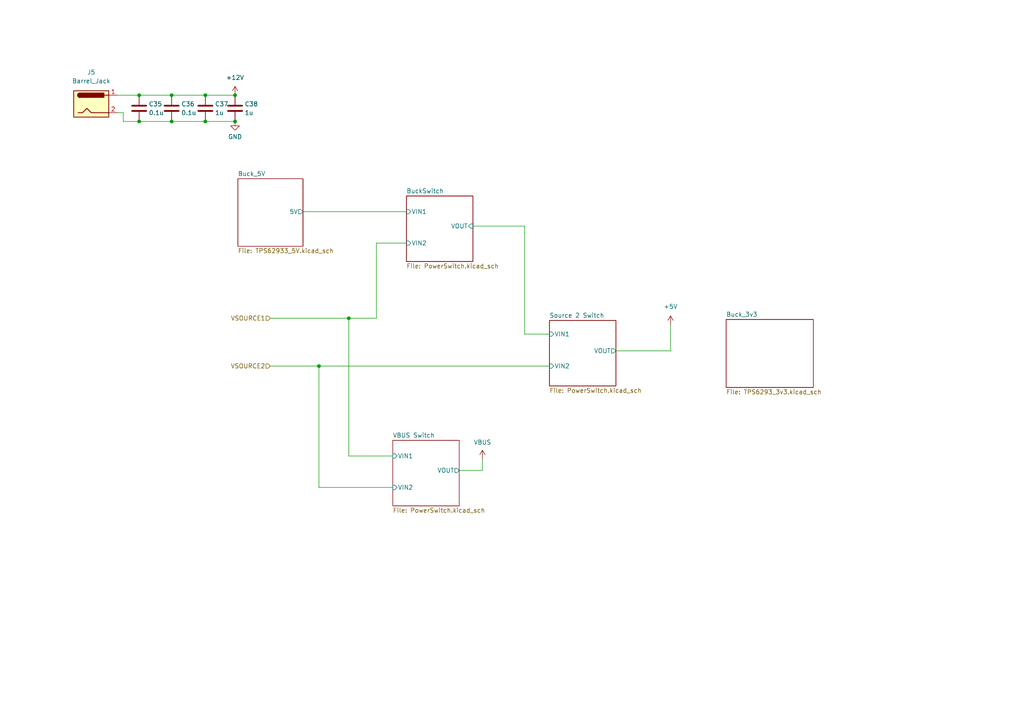
<source format=kicad_sch>
(kicad_sch (version 20211123) (generator eeschema)
  (paper "A4")
  (lib_symbols
    (symbol "Connector:Barrel_Jack" (pin_names (offset 1.016))
      (property "Reference" "J" (at 0 5.334 0))
      (property "Value" "Barrel_Jack" (at 0 -5.08 0))
      (symbol "Barrel_Jack_0_1"
        (rectangle (start -5.08 3.81) (end 5.08 -3.81) (stroke (width 0.254)) (fill (type background)))
        (arc (start -3.302 3.175) (mid -3.937 2.54) (end -3.302 1.905) (stroke (width 0.254)))
        (arc (start -3.302 3.175) (mid -3.937 2.54) (end -3.302 1.905) (stroke (width 0.254)) (fill (type outline)))
        (polyline (pts (xy 5.08 2.54) (xy 3.81 2.54)) (stroke (width 0.254)))
        (polyline (pts (xy -3.81 -2.54) (xy -2.54 -2.54) (xy -1.27 -1.27) (xy 0 -2.54) (xy 2.54 -2.54) (xy 5.08 -2.54)) (stroke (width 0.254)))
        (rectangle (start 3.683 3.175) (end -3.302 1.905) (stroke (width 0.254)) (fill (type outline)))
      )
      (symbol "Barrel_Jack_1_1"
        (pin passive line (at 7.62 2.54 180) (length 2.54) (name "~") (number "1"))
        (pin passive line (at 7.62 -2.54 180) (length 2.54) (name "~") (number "2"))
      )
    )
    (symbol "Device:C" (pin_numbers hide) (pin_names (offset 0.254))
      (property "Reference" "C" (at 0.635 2.54 0))
      (property "Value" "C" (at 0.635 -2.54 0))
      (symbol "C_0_1"
        (polyline (pts (xy -2.032 -0.762) (xy 2.032 -0.762)) (stroke (width 0.508)))
        (polyline (pts (xy -2.032 0.762) (xy 2.032 0.762)) (stroke (width 0.508)))
      )
      (symbol "C_1_1"
        (pin passive line (at 0 3.81 270) (length 2.794) (name "~") (number "1"))
        (pin passive line (at 0 -3.81 90) (length 2.794) (name "~") (number "2"))
      )
    )
    (symbol "power:+12V" (power) (pin_names (offset 0))
      (property "Value" "+12V" (at 0 3.556 0))
      (symbol "+12V_0_1"
        (polyline (pts (xy -0.762 1.27) (xy 0 2.54)))
        (polyline (pts (xy 0 0) (xy 0 2.54)))
        (polyline (pts (xy 0 2.54) (xy 0.762 1.27)))
      )
      (symbol "+12V_1_1"
        (pin power_in line (at 0 0 90) (length 0) hide (name "+12V") (number "1"))
      )
    )
    (symbol "power:+5V" (power) (pin_names (offset 0))
      (property "Value" "+5V" (at 0 3.556 0))
      (symbol "+5V_0_1"
        (polyline (pts (xy -0.762 1.27) (xy 0 2.54)))
        (polyline (pts (xy 0 0) (xy 0 2.54)))
        (polyline (pts (xy 0 2.54) (xy 0.762 1.27)))
      )
      (symbol "+5V_1_1"
        (pin power_in line (at 0 0 90) (length 0) hide (name "+5V") (number "1"))
      )
    )
    (symbol "power:GND" (power) (pin_names (offset 0))
      (property "Value" "GND" (at 0 -3.81 0))
      (symbol "GND_0_1"
        (polyline (pts (xy 0 0) (xy 0 -1.27) (xy 1.27 -1.27) (xy 0 -2.54) (xy -1.27 -1.27) (xy 0 -1.27)))
      )
      (symbol "GND_1_1"
        (pin power_in line (at 0 0 270) (length 0) hide (name "GND") (number "1"))
      )
    )
    (symbol "power:VBUS" (power) (pin_names (offset 0))
      (property "Value" "VBUS" (at 0 3.81 0))
      (symbol "VBUS_0_1"
        (polyline (pts (xy -0.762 1.27) (xy 0 2.54)))
        (polyline (pts (xy 0 0) (xy 0 2.54)))
        (polyline (pts (xy 0 2.54) (xy 0.762 1.27)))
      )
      (symbol "VBUS_1_1"
        (pin power_in line (at 0 0 90) (length 0) hide (name "VBUS") (number "1"))
      )
    )
  )
  (junction (at 49.784 35.2298))
  (junction (at 59.563 35.2298))
  (junction (at 40.3606 35.2298))
  (junction (at 68.1736 35.2298))
  (junction (at 59.563 27.6098))
  (junction (at 40.3606 27.6098))
  (junction (at 49.784 27.6098))
  (junction (at 68.1736 27.6098))
  (junction (at 101.1682 92.3036))
  (junction (at 92.5068 106.172))
  (wire (pts (xy 87.884 61.3918) (xy 117.8814 61.3918)))
  (wire (pts (xy 152.146 65.5828) (xy 152.146 96.901)))
  (wire (pts (xy 117.8814 70.5104) (xy 109.1692 70.5104)))
  (wire (pts (xy 194.4878 94.1832) (xy 194.4878 101.7524)))
  (wire (pts (xy 34.0868 27.6098) (xy 40.3606 27.6098)))
  (wire (pts (xy 133.1976 136.4488) (xy 139.9286 136.4488)))
  (wire (pts (xy 139.9286 133.1468) (xy 139.9286 136.4488)))
  (wire (pts (xy 35.7632 35.2298) (xy 35.7632 32.6898)))
  (wire (pts (xy 92.5068 106.172) (xy 159.3596 106.172)))
  (wire (pts (xy 178.6382 101.7524) (xy 194.4878 101.7524)))
  (wire (pts (xy 40.3606 27.6098) (xy 49.784 27.6098)))
  (wire (pts (xy 59.563 35.2298) (xy 49.784 35.2298)))
  (wire (pts (xy 113.919 141.3764) (xy 92.5068 141.3764)))
  (wire (pts (xy 101.1682 132.2578) (xy 101.1682 92.3036)))
  (wire (pts (xy 34.0868 32.6898) (xy 35.7632 32.6898)))
  (wire (pts (xy 59.563 27.6098) (xy 68.1736 27.6098)))
  (wire (pts (xy 101.1682 92.3036) (xy 109.1692 92.3036)))
  (wire (pts (xy 92.5068 141.3764) (xy 92.5068 106.172)))
  (wire (pts (xy 78.4352 92.3036) (xy 101.1682 92.3036)))
  (wire (pts (xy 78.4098 106.172) (xy 92.5068 106.172)))
  (wire (pts (xy 68.1736 35.2298) (xy 59.563 35.2298)))
  (wire (pts (xy 40.3606 35.2298) (xy 35.7632 35.2298)))
  (wire (pts (xy 159.3596 96.901) (xy 152.146 96.901)))
  (wire (pts (xy 152.146 65.5828) (xy 137.16 65.5828)))
  (wire (pts (xy 113.919 132.2578) (xy 101.1682 132.2578)))
  (wire (pts (xy 109.1692 70.5104) (xy 109.1692 92.3036)))
  (wire (pts (xy 49.784 27.6098) (xy 59.563 27.6098)))
  (wire (pts (xy 49.784 35.2298) (xy 40.3606 35.2298)))
  (hierarchical_label "VSOURCE1" (shape input) (at 78.4352 92.3036 180))
  (hierarchical_label "VSOURCE2" (shape input) (at 78.4098 106.172 180))
  (symbol (lib_id "Connector:Barrel_Jack") (at 26.4668 30.1498 0) (unit 1)
    (property "Reference" "J5" (at 26.4668 20.955 0))
    (property "Value" "Barrel_Jack" (at 26.4668 23.495 0))
  )
  (symbol (lib_id "Device:C") (at 40.3606 31.4198 0) (unit 1)
    (property "Reference" "C35" (at 43.1292 30.1752 0) (effects (justify left)))
    (property "Value" "0.1u" (at 43.1292 32.7152 0) (effects (justify left)))
  )
  (symbol (lib_id "power:GND") (at 68.1736 35.2298 0) (unit 1)
    (property "Reference" "#PWR050" (effects hide))
    (property "Value" "GND" (at 68.1736 39.6748 0))
  )
  (symbol (lib_id "Device:C") (at 59.563 31.4198 0) (unit 1)
    (property "Reference" "C37" (at 62.3316 30.1752 0) (effects (justify left)))
    (property "Value" "1u" (at 62.3316 32.7152 0) (effects (justify left)))
  )
  (symbol (lib_id "Device:C") (at 49.784 31.4198 0) (unit 1)
    (property "Reference" "C36" (at 52.5526 30.1752 0) (effects (justify left)))
    (property "Value" "0.1u" (at 52.5526 32.7152 0) (effects (justify left)))
  )
  (symbol (lib_id "power:+12V") (at 68.1736 27.6098 0) (unit 1)
    (property "Reference" "#PWR049" (effects hide))
    (property "Value" "+12V" (at 68.1736 22.5044 0))
  )
  (symbol (lib_id "power:+5V") (at 194.4878 94.1832 0) (unit 1)
    (property "Reference" "#PWR052" (effects hide))
    (property "Value" "+5V" (at 194.4878 88.9254 0))
  )
  (symbol (lib_id "Device:C") (at 68.1736 31.4198 0) (unit 1)
    (property "Reference" "C38" (at 70.9422 30.1752 0) (effects (justify left)))
    (property "Value" "1u" (at 70.9422 32.7152 0) (effects (justify left)))
  )
  (symbol (lib_id "power:VBUS") (at 139.9286 133.1468 0) (unit 1)
    (property "Reference" "#PWR051" (effects hide))
    (property "Value" "VBUS" (at 139.9286 128.2954 0))
  )
  (sheet (at 113.919 127.7112) (size 19.2786 18.9992) (stroke (width 0.1524))
    (property "Sheet name" "VBUS Switch" (at 113.919 126.9996 0) (effects (justify left bottom)))
    (property "Sheet file" "PowerSwitch.kicad_sch" (at 113.919 147.295 0) (effects (justify left top)))
    (pin "VIN2" input (at 113.919 141.3764 180))
    (pin "VOUT" output (at 133.1976 136.4488 0))
    (pin "VIN1" input (at 113.919 132.2578 180))
  )
  (sheet (at 117.8814 56.8452) (size 19.2786 18.9992) (stroke (width 0.1524))
    (property "Sheet name" "BuckSwitch" (at 117.8814 56.1336 0) (effects (justify left bottom)))
    (property "Sheet file" "PowerSwitch.kicad_sch" (at 117.8814 76.429 0) (effects (justify left top)))
    (pin "VIN2" input (at 117.8814 70.5104 180))
    (pin "VOUT" input (at 137.16 65.5828 0))
    (pin "VIN1" input (at 117.8814 61.3918 180))
  )
  (sheet (at 68.9864 51.8414) (size 18.8976 19.5834) (stroke (width 0.1524))
    (property "Sheet name" "Buck_5V" (at 68.9864 51.1298 0) (effects (justify left bottom)))
    (property "Sheet file" "TPS62933_5V.kicad_sch" (at 68.9864 72.0094 0) (effects (justify left top)))
    (pin "5V" output (at 87.884 61.3918 0))
  )
  (sheet (at 159.3596 92.9386) (size 19.2786 18.9992) (stroke (width 0.1524))
    (property "Sheet name" "Source 2 Switch" (at 159.3596 92.227 0) (effects (justify left bottom)))
    (property "Sheet file" "PowerSwitch.kicad_sch" (at 159.3596 112.5224 0) (effects (justify left top)))
    (pin "VIN2" input (at 159.3596 106.172 180))
    (pin "VOUT" output (at 178.6382 101.7524 0))
    (pin "VIN1" input (at 159.3596 96.901 180))
  )
  (sheet (at 210.6168 92.6592) (size 25.273 19.7104) (stroke (width 0.1524))
    (property "Sheet name" "Buck_3v3" (at 210.6168 91.9476 0) (effects (justify left bottom)))
    (property "Sheet file" "TPS6293_3v3.kicad_sch" (at 210.6168 112.9542 0) (effects (justify left top)))
  )
)
</source>
